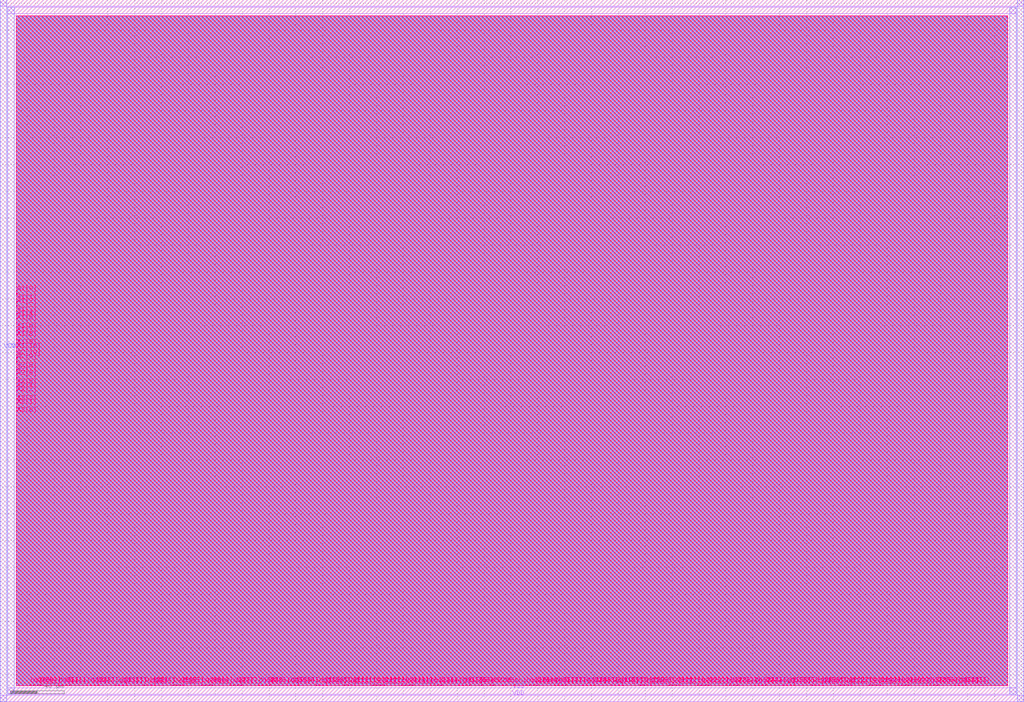
<source format=lef>
VERSION 5.6 ;
BUSBITCHARS "[]" ;
DIVIDERCHAR "/" ;

MACRO MEM2_2048X32
  CLASS BLOCK ;
  ORIGIN 0 0 ;
  FOREIGN MEM2_2048X32 0 0 ;
  SIZE 761.745 BY 522.75 ;
  SYMMETRY X Y R90 ;
  PIN A1[0]
    DIRECTION INPUT ;
    USE SIGNAL ;
    PORT
      LAYER Metal5 ;
        RECT 12 303.625 12.66 304.285 ;
      LAYER Metal6 ;
        RECT 12 303.625 12.66 304.285 ;
      LAYER Metal3 ;
        RECT 12 303.625 12.66 304.285 ;
      LAYER Metal4 ;
        RECT 12 303.625 12.66 304.285 ;
    END
  END A1[0]
  PIN A1[10]
    DIRECTION INPUT ;
    USE SIGNAL ;
    PORT
      LAYER Metal5 ;
        RECT 12 260.785 12.66 261.445 ;
      LAYER Metal6 ;
        RECT 12 260.785 12.66 261.445 ;
      LAYER Metal3 ;
        RECT 12 260.785 12.66 261.445 ;
      LAYER Metal4 ;
        RECT 12 260.785 12.66 261.445 ;
    END
  END A1[10]
  PIN A1[1]
    DIRECTION INPUT ;
    USE SIGNAL ;
    PORT
      LAYER Metal5 ;
        RECT 12 297.505 12.66 298.165 ;
      LAYER Metal6 ;
        RECT 12 297.505 12.66 298.165 ;
      LAYER Metal3 ;
        RECT 12 297.505 12.66 298.165 ;
      LAYER Metal4 ;
        RECT 12 297.505 12.66 298.165 ;
    END
  END A1[1]
  PIN A1[2]
    DIRECTION INPUT ;
    USE SIGNAL ;
    PORT
      LAYER Metal5 ;
        RECT 12 294.405 12.66 295.065 ;
      LAYER Metal6 ;
        RECT 12 294.405 12.66 295.065 ;
      LAYER Metal3 ;
        RECT 12 294.405 12.66 295.065 ;
      LAYER Metal4 ;
        RECT 12 294.405 12.66 295.065 ;
    END
  END A1[2]
  PIN A1[3]
    DIRECTION INPUT ;
    USE SIGNAL ;
    PORT
      LAYER Metal5 ;
        RECT 12 288.285 12.66 288.945 ;
      LAYER Metal6 ;
        RECT 12 288.285 12.66 288.945 ;
      LAYER Metal3 ;
        RECT 12 288.285 12.66 288.945 ;
      LAYER Metal4 ;
        RECT 12 288.285 12.66 288.945 ;
    END
  END A1[3]
  PIN A1[4]
    DIRECTION INPUT ;
    USE SIGNAL ;
    PORT
      LAYER Metal5 ;
        RECT 12 285.265 12.66 285.925 ;
      LAYER Metal6 ;
        RECT 12 285.265 12.66 285.925 ;
      LAYER Metal3 ;
        RECT 12 285.265 12.66 285.925 ;
      LAYER Metal4 ;
        RECT 12 285.265 12.66 285.925 ;
    END
  END A1[4]
  PIN A1[5]
    DIRECTION INPUT ;
    USE SIGNAL ;
    PORT
      LAYER Metal5 ;
        RECT 12 282.165 12.66 282.825 ;
      LAYER Metal6 ;
        RECT 12 282.165 12.66 282.825 ;
      LAYER Metal3 ;
        RECT 12 282.165 12.66 282.825 ;
      LAYER Metal4 ;
        RECT 12 282.165 12.66 282.825 ;
    END
  END A1[5]
  PIN A1[6]
    DIRECTION INPUT ;
    USE SIGNAL ;
    PORT
      LAYER Metal5 ;
        RECT 12 276.045 12.66 276.705 ;
      LAYER Metal6 ;
        RECT 12 276.045 12.66 276.705 ;
      LAYER Metal3 ;
        RECT 12 276.045 12.66 276.705 ;
      LAYER Metal4 ;
        RECT 12 276.045 12.66 276.705 ;
    END
  END A1[6]
  PIN A1[7]
    DIRECTION INPUT ;
    USE SIGNAL ;
    PORT
      LAYER Metal5 ;
        RECT 12 273.025 12.66 273.685 ;
      LAYER Metal6 ;
        RECT 12 273.025 12.66 273.685 ;
      LAYER Metal3 ;
        RECT 12 273.025 12.66 273.685 ;
      LAYER Metal4 ;
        RECT 12 273.025 12.66 273.685 ;
    END
  END A1[7]
  PIN A1[8]
    DIRECTION INPUT ;
    USE SIGNAL ;
    PORT
      LAYER Metal5 ;
        RECT 12 269.925 12.66 270.585 ;
      LAYER Metal6 ;
        RECT 12 269.925 12.66 270.585 ;
      LAYER Metal3 ;
        RECT 12 269.925 12.66 270.585 ;
      LAYER Metal4 ;
        RECT 12 269.925 12.66 270.585 ;
    END
  END A1[8]
  PIN A1[9]
    DIRECTION INPUT ;
    USE SIGNAL ;
    PORT
      LAYER Metal5 ;
        RECT 12 263.805 12.66 264.465 ;
      LAYER Metal6 ;
        RECT 12 263.805 12.66 264.465 ;
      LAYER Metal3 ;
        RECT 12 263.805 12.66 264.465 ;
      LAYER Metal4 ;
        RECT 12 263.805 12.66 264.465 ;
    END
  END A1[9]
  PIN A2[0]
    DIRECTION INPUT ;
    USE SIGNAL ;
    PORT
      LAYER Metal5 ;
        RECT 12 213.125 12.66 213.785 ;
      LAYER Metal6 ;
        RECT 12 213.125 12.66 213.785 ;
      LAYER Metal3 ;
        RECT 12 213.125 12.66 213.785 ;
      LAYER Metal4 ;
        RECT 12 213.125 12.66 213.785 ;
    END
  END A2[0]
  PIN A2[10]
    DIRECTION INPUT ;
    USE SIGNAL ;
    PORT
      LAYER Metal5 ;
        RECT 12 255.965 12.66 256.625 ;
      LAYER Metal6 ;
        RECT 12 255.965 12.66 256.625 ;
      LAYER Metal3 ;
        RECT 12 255.965 12.66 256.625 ;
      LAYER Metal4 ;
        RECT 12 255.965 12.66 256.625 ;
    END
  END A2[10]
  PIN A2[1]
    DIRECTION INPUT ;
    USE SIGNAL ;
    PORT
      LAYER Metal5 ;
        RECT 12 219.245 12.66 219.905 ;
      LAYER Metal6 ;
        RECT 12 219.245 12.66 219.905 ;
      LAYER Metal3 ;
        RECT 12 219.245 12.66 219.905 ;
      LAYER Metal4 ;
        RECT 12 219.245 12.66 219.905 ;
    END
  END A2[1]
  PIN A2[2]
    DIRECTION INPUT ;
    USE SIGNAL ;
    PORT
      LAYER Metal5 ;
        RECT 12 222.345 12.66 223.005 ;
      LAYER Metal6 ;
        RECT 12 222.345 12.66 223.005 ;
      LAYER Metal3 ;
        RECT 12 222.345 12.66 223.005 ;
      LAYER Metal4 ;
        RECT 12 222.345 12.66 223.005 ;
    END
  END A2[2]
  PIN A2[3]
    DIRECTION INPUT ;
    USE SIGNAL ;
    PORT
      LAYER Metal5 ;
        RECT 12 228.465 12.66 229.125 ;
      LAYER Metal6 ;
        RECT 12 228.465 12.66 229.125 ;
      LAYER Metal3 ;
        RECT 12 228.465 12.66 229.125 ;
      LAYER Metal4 ;
        RECT 12 228.465 12.66 229.125 ;
    END
  END A2[3]
  PIN A2[4]
    DIRECTION INPUT ;
    USE SIGNAL ;
    PORT
      LAYER Metal5 ;
        RECT 12 231.485 12.66 232.145 ;
      LAYER Metal6 ;
        RECT 12 231.485 12.66 232.145 ;
      LAYER Metal3 ;
        RECT 12 231.485 12.66 232.145 ;
      LAYER Metal4 ;
        RECT 12 231.485 12.66 232.145 ;
    END
  END A2[4]
  PIN A2[5]
    DIRECTION INPUT ;
    USE SIGNAL ;
    PORT
      LAYER Metal5 ;
        RECT 12 234.585 12.66 235.245 ;
      LAYER Metal6 ;
        RECT 12 234.585 12.66 235.245 ;
      LAYER Metal3 ;
        RECT 12 234.585 12.66 235.245 ;
      LAYER Metal4 ;
        RECT 12 234.585 12.66 235.245 ;
    END
  END A2[5]
  PIN A2[6]
    DIRECTION INPUT ;
    USE SIGNAL ;
    PORT
      LAYER Metal5 ;
        RECT 12 240.705 12.66 241.365 ;
      LAYER Metal6 ;
        RECT 12 240.705 12.66 241.365 ;
      LAYER Metal3 ;
        RECT 12 240.705 12.66 241.365 ;
      LAYER Metal4 ;
        RECT 12 240.705 12.66 241.365 ;
    END
  END A2[6]
  PIN A2[7]
    DIRECTION INPUT ;
    USE SIGNAL ;
    PORT
      LAYER Metal5 ;
        RECT 12 243.725 12.66 244.385 ;
      LAYER Metal6 ;
        RECT 12 243.725 12.66 244.385 ;
      LAYER Metal3 ;
        RECT 12 243.725 12.66 244.385 ;
      LAYER Metal4 ;
        RECT 12 243.725 12.66 244.385 ;
    END
  END A2[7]
  PIN A2[8]
    DIRECTION INPUT ;
    USE SIGNAL ;
    PORT
      LAYER Metal5 ;
        RECT 12 246.825 12.66 247.485 ;
      LAYER Metal6 ;
        RECT 12 246.825 12.66 247.485 ;
      LAYER Metal3 ;
        RECT 12 246.825 12.66 247.485 ;
      LAYER Metal4 ;
        RECT 12 246.825 12.66 247.485 ;
    END
  END A2[8]
  PIN A2[9]
    DIRECTION INPUT ;
    USE SIGNAL ;
    PORT
      LAYER Metal5 ;
        RECT 12 252.945 12.66 253.605 ;
      LAYER Metal6 ;
        RECT 12 252.945 12.66 253.605 ;
      LAYER Metal3 ;
        RECT 12 252.945 12.66 253.605 ;
      LAYER Metal4 ;
        RECT 12 252.945 12.66 253.605 ;
    END
  END A2[9]
  PIN CE1
    DIRECTION INPUT ;
    USE SIGNAL ;
    PORT
      LAYER Metal5 ;
        RECT 373.61 12 374.27 12.66 ;
      LAYER Metal6 ;
        RECT 373.61 12 374.27 12.66 ;
      LAYER Metal3 ;
        RECT 373.61 12 374.27 12.66 ;
      LAYER Metal4 ;
        RECT 373.61 12 374.27 12.66 ;
    END
  END CE1
  PIN CE2
    DIRECTION INPUT ;
    USE SIGNAL ;
    PORT
      LAYER Metal5 ;
        RECT 366.6 12 367.26 12.66 ;
      LAYER Metal6 ;
        RECT 366.6 12 367.26 12.66 ;
      LAYER Metal3 ;
        RECT 366.6 12 367.26 12.66 ;
      LAYER Metal4 ;
        RECT 366.6 12 367.26 12.66 ;
    END
  END CE2
  PIN CK1
    DIRECTION INPUT ;
    USE SIGNAL ;
    PORT
      LAYER Metal5 ;
        RECT 382.235 12 382.895 12.66 ;
      LAYER Metal6 ;
        RECT 382.235 12 382.895 12.66 ;
      LAYER Metal3 ;
        RECT 382.235 12 382.895 12.66 ;
      LAYER Metal4 ;
        RECT 382.235 12 382.895 12.66 ;
    END
  END CK1
  PIN CK2
    DIRECTION INPUT ;
    USE SIGNAL ;
    PORT
      LAYER Metal5 ;
        RECT 357.975 12 358.635 12.66 ;
      LAYER Metal6 ;
        RECT 357.975 12 358.635 12.66 ;
      LAYER Metal3 ;
        RECT 357.975 12 358.635 12.66 ;
      LAYER Metal4 ;
        RECT 357.975 12 358.635 12.66 ;
    END
  END CK2
  PIN D1[0]
    DIRECTION INPUT ;
    USE SIGNAL ;
    PORT
      LAYER Metal5 ;
        RECT 21.91 12 22.57 12.66 ;
      LAYER Metal6 ;
        RECT 21.91 12 22.57 12.66 ;
      LAYER Metal3 ;
        RECT 21.91 12 22.57 12.66 ;
      LAYER Metal4 ;
        RECT 21.91 12 22.57 12.66 ;
    END
  END D1[0]
  PIN D1[10]
    DIRECTION INPUT ;
    USE SIGNAL ;
    PORT
      LAYER Metal5 ;
        RECT 234.71 12 235.37 12.66 ;
      LAYER Metal6 ;
        RECT 234.71 12 235.37 12.66 ;
      LAYER Metal3 ;
        RECT 234.71 12 235.37 12.66 ;
      LAYER Metal4 ;
        RECT 234.71 12 235.37 12.66 ;
    END
  END D1[10]
  PIN D1[11]
    DIRECTION INPUT ;
    USE SIGNAL ;
    PORT
      LAYER Metal5 ;
        RECT 264.03 12 264.69 12.66 ;
      LAYER Metal6 ;
        RECT 264.03 12 264.69 12.66 ;
      LAYER Metal3 ;
        RECT 264.03 12 264.69 12.66 ;
      LAYER Metal4 ;
        RECT 264.03 12 264.69 12.66 ;
    END
  END D1[11]
  PIN D1[12]
    DIRECTION INPUT ;
    USE SIGNAL ;
    PORT
      LAYER Metal5 ;
        RECT 277.27 12 277.93 12.66 ;
      LAYER Metal6 ;
        RECT 277.27 12 277.93 12.66 ;
      LAYER Metal3 ;
        RECT 277.27 12 277.93 12.66 ;
      LAYER Metal4 ;
        RECT 277.27 12 277.93 12.66 ;
    END
  END D1[12]
  PIN D1[13]
    DIRECTION INPUT ;
    USE SIGNAL ;
    PORT
      LAYER Metal5 ;
        RECT 306.59 12 307.25 12.66 ;
      LAYER Metal6 ;
        RECT 306.59 12 307.25 12.66 ;
      LAYER Metal3 ;
        RECT 306.59 12 307.25 12.66 ;
      LAYER Metal4 ;
        RECT 306.59 12 307.25 12.66 ;
    END
  END D1[13]
  PIN D1[14]
    DIRECTION INPUT ;
    USE SIGNAL ;
    PORT
      LAYER Metal5 ;
        RECT 319.83 12 320.49 12.66 ;
      LAYER Metal6 ;
        RECT 319.83 12 320.49 12.66 ;
      LAYER Metal3 ;
        RECT 319.83 12 320.49 12.66 ;
      LAYER Metal4 ;
        RECT 319.83 12 320.49 12.66 ;
    END
  END D1[14]
  PIN D1[15]
    DIRECTION INPUT ;
    USE SIGNAL ;
    PORT
      LAYER Metal5 ;
        RECT 349.15 12 349.81 12.66 ;
      LAYER Metal6 ;
        RECT 349.15 12 349.81 12.66 ;
      LAYER Metal3 ;
        RECT 349.15 12 349.81 12.66 ;
      LAYER Metal4 ;
        RECT 349.15 12 349.81 12.66 ;
    END
  END D1[15]
  PIN D1[16]
    DIRECTION INPUT ;
    USE SIGNAL ;
    PORT
      LAYER Metal5 ;
        RECT 391.06 12 391.72 12.66 ;
      LAYER Metal6 ;
        RECT 391.06 12 391.72 12.66 ;
      LAYER Metal3 ;
        RECT 391.06 12 391.72 12.66 ;
      LAYER Metal4 ;
        RECT 391.06 12 391.72 12.66 ;
    END
  END D1[16]
  PIN D1[17]
    DIRECTION INPUT ;
    USE SIGNAL ;
    PORT
      LAYER Metal5 ;
        RECT 420.38 12 421.04 12.66 ;
      LAYER Metal6 ;
        RECT 420.38 12 421.04 12.66 ;
      LAYER Metal3 ;
        RECT 420.38 12 421.04 12.66 ;
      LAYER Metal4 ;
        RECT 420.38 12 421.04 12.66 ;
    END
  END D1[17]
  PIN D1[18]
    DIRECTION INPUT ;
    USE SIGNAL ;
    PORT
      LAYER Metal5 ;
        RECT 433.62 12 434.28 12.66 ;
      LAYER Metal6 ;
        RECT 433.62 12 434.28 12.66 ;
      LAYER Metal3 ;
        RECT 433.62 12 434.28 12.66 ;
      LAYER Metal4 ;
        RECT 433.62 12 434.28 12.66 ;
    END
  END D1[18]
  PIN D1[19]
    DIRECTION INPUT ;
    USE SIGNAL ;
    PORT
      LAYER Metal5 ;
        RECT 462.94 12 463.6 12.66 ;
      LAYER Metal6 ;
        RECT 462.94 12 463.6 12.66 ;
      LAYER Metal3 ;
        RECT 462.94 12 463.6 12.66 ;
      LAYER Metal4 ;
        RECT 462.94 12 463.6 12.66 ;
    END
  END D1[19]
  PIN D1[1]
    DIRECTION INPUT ;
    USE SIGNAL ;
    PORT
      LAYER Metal5 ;
        RECT 51.23 12 51.89 12.66 ;
      LAYER Metal6 ;
        RECT 51.23 12 51.89 12.66 ;
      LAYER Metal3 ;
        RECT 51.23 12 51.89 12.66 ;
      LAYER Metal4 ;
        RECT 51.23 12 51.89 12.66 ;
    END
  END D1[1]
  PIN D1[20]
    DIRECTION INPUT ;
    USE SIGNAL ;
    PORT
      LAYER Metal5 ;
        RECT 476.18 12 476.84 12.66 ;
      LAYER Metal6 ;
        RECT 476.18 12 476.84 12.66 ;
      LAYER Metal3 ;
        RECT 476.18 12 476.84 12.66 ;
      LAYER Metal4 ;
        RECT 476.18 12 476.84 12.66 ;
    END
  END D1[20]
  PIN D1[21]
    DIRECTION INPUT ;
    USE SIGNAL ;
    PORT
      LAYER Metal5 ;
        RECT 505.5 12 506.16 12.66 ;
      LAYER Metal6 ;
        RECT 505.5 12 506.16 12.66 ;
      LAYER Metal3 ;
        RECT 505.5 12 506.16 12.66 ;
      LAYER Metal4 ;
        RECT 505.5 12 506.16 12.66 ;
    END
  END D1[21]
  PIN D1[22]
    DIRECTION INPUT ;
    USE SIGNAL ;
    PORT
      LAYER Metal5 ;
        RECT 518.74 12 519.4 12.66 ;
      LAYER Metal6 ;
        RECT 518.74 12 519.4 12.66 ;
      LAYER Metal3 ;
        RECT 518.74 12 519.4 12.66 ;
      LAYER Metal4 ;
        RECT 518.74 12 519.4 12.66 ;
    END
  END D1[22]
  PIN D1[23]
    DIRECTION INPUT ;
    USE SIGNAL ;
    PORT
      LAYER Metal5 ;
        RECT 548.06 12 548.72 12.66 ;
      LAYER Metal6 ;
        RECT 548.06 12 548.72 12.66 ;
      LAYER Metal3 ;
        RECT 548.06 12 548.72 12.66 ;
      LAYER Metal4 ;
        RECT 548.06 12 548.72 12.66 ;
    END
  END D1[23]
  PIN D1[24]
    DIRECTION INPUT ;
    USE SIGNAL ;
    PORT
      LAYER Metal5 ;
        RECT 561.3 12 561.96 12.66 ;
      LAYER Metal6 ;
        RECT 561.3 12 561.96 12.66 ;
      LAYER Metal3 ;
        RECT 561.3 12 561.96 12.66 ;
      LAYER Metal4 ;
        RECT 561.3 12 561.96 12.66 ;
    END
  END D1[24]
  PIN D1[25]
    DIRECTION INPUT ;
    USE SIGNAL ;
    PORT
      LAYER Metal5 ;
        RECT 590.62 12 591.28 12.66 ;
      LAYER Metal6 ;
        RECT 590.62 12 591.28 12.66 ;
      LAYER Metal3 ;
        RECT 590.62 12 591.28 12.66 ;
      LAYER Metal4 ;
        RECT 590.62 12 591.28 12.66 ;
    END
  END D1[25]
  PIN D1[26]
    DIRECTION INPUT ;
    USE SIGNAL ;
    PORT
      LAYER Metal5 ;
        RECT 603.86 12 604.52 12.66 ;
      LAYER Metal6 ;
        RECT 603.86 12 604.52 12.66 ;
      LAYER Metal3 ;
        RECT 603.86 12 604.52 12.66 ;
      LAYER Metal4 ;
        RECT 603.86 12 604.52 12.66 ;
    END
  END D1[26]
  PIN D1[27]
    DIRECTION INPUT ;
    USE SIGNAL ;
    PORT
      LAYER Metal5 ;
        RECT 633.18 12 633.84 12.66 ;
      LAYER Metal6 ;
        RECT 633.18 12 633.84 12.66 ;
      LAYER Metal3 ;
        RECT 633.18 12 633.84 12.66 ;
      LAYER Metal4 ;
        RECT 633.18 12 633.84 12.66 ;
    END
  END D1[27]
  PIN D1[28]
    DIRECTION INPUT ;
    USE SIGNAL ;
    PORT
      LAYER Metal5 ;
        RECT 646.42 12 647.08 12.66 ;
      LAYER Metal6 ;
        RECT 646.42 12 647.08 12.66 ;
      LAYER Metal3 ;
        RECT 646.42 12 647.08 12.66 ;
      LAYER Metal4 ;
        RECT 646.42 12 647.08 12.66 ;
    END
  END D1[28]
  PIN D1[29]
    DIRECTION INPUT ;
    USE SIGNAL ;
    PORT
      LAYER Metal5 ;
        RECT 675.74 12 676.4 12.66 ;
      LAYER Metal6 ;
        RECT 675.74 12 676.4 12.66 ;
      LAYER Metal3 ;
        RECT 675.74 12 676.4 12.66 ;
      LAYER Metal4 ;
        RECT 675.74 12 676.4 12.66 ;
    END
  END D1[29]
  PIN D1[2]
    DIRECTION INPUT ;
    USE SIGNAL ;
    PORT
      LAYER Metal5 ;
        RECT 64.47 12 65.13 12.66 ;
      LAYER Metal6 ;
        RECT 64.47 12 65.13 12.66 ;
      LAYER Metal3 ;
        RECT 64.47 12 65.13 12.66 ;
      LAYER Metal4 ;
        RECT 64.47 12 65.13 12.66 ;
    END
  END D1[2]
  PIN D1[30]
    DIRECTION INPUT ;
    USE SIGNAL ;
    PORT
      LAYER Metal5 ;
        RECT 688.98 12 689.64 12.66 ;
      LAYER Metal6 ;
        RECT 688.98 12 689.64 12.66 ;
      LAYER Metal3 ;
        RECT 688.98 12 689.64 12.66 ;
      LAYER Metal4 ;
        RECT 688.98 12 689.64 12.66 ;
    END
  END D1[30]
  PIN D1[31]
    DIRECTION INPUT ;
    USE SIGNAL ;
    PORT
      LAYER Metal5 ;
        RECT 718.3 12 718.96 12.66 ;
      LAYER Metal6 ;
        RECT 718.3 12 718.96 12.66 ;
      LAYER Metal3 ;
        RECT 718.3 12 718.96 12.66 ;
      LAYER Metal4 ;
        RECT 718.3 12 718.96 12.66 ;
    END
  END D1[31]
  PIN D1[3]
    DIRECTION INPUT ;
    USE SIGNAL ;
    PORT
      LAYER Metal5 ;
        RECT 93.79 12 94.45 12.66 ;
      LAYER Metal6 ;
        RECT 93.79 12 94.45 12.66 ;
      LAYER Metal3 ;
        RECT 93.79 12 94.45 12.66 ;
      LAYER Metal4 ;
        RECT 93.79 12 94.45 12.66 ;
    END
  END D1[3]
  PIN D1[4]
    DIRECTION INPUT ;
    USE SIGNAL ;
    PORT
      LAYER Metal5 ;
        RECT 107.03 12 107.69 12.66 ;
      LAYER Metal6 ;
        RECT 107.03 12 107.69 12.66 ;
      LAYER Metal3 ;
        RECT 107.03 12 107.69 12.66 ;
      LAYER Metal4 ;
        RECT 107.03 12 107.69 12.66 ;
    END
  END D1[4]
  PIN D1[5]
    DIRECTION INPUT ;
    USE SIGNAL ;
    PORT
      LAYER Metal5 ;
        RECT 136.35 12 137.01 12.66 ;
      LAYER Metal6 ;
        RECT 136.35 12 137.01 12.66 ;
      LAYER Metal3 ;
        RECT 136.35 12 137.01 12.66 ;
      LAYER Metal4 ;
        RECT 136.35 12 137.01 12.66 ;
    END
  END D1[5]
  PIN D1[6]
    DIRECTION INPUT ;
    USE SIGNAL ;
    PORT
      LAYER Metal5 ;
        RECT 149.59 12 150.25 12.66 ;
      LAYER Metal6 ;
        RECT 149.59 12 150.25 12.66 ;
      LAYER Metal3 ;
        RECT 149.59 12 150.25 12.66 ;
      LAYER Metal4 ;
        RECT 149.59 12 150.25 12.66 ;
    END
  END D1[6]
  PIN D1[7]
    DIRECTION INPUT ;
    USE SIGNAL ;
    PORT
      LAYER Metal5 ;
        RECT 178.91 12 179.57 12.66 ;
      LAYER Metal6 ;
        RECT 178.91 12 179.57 12.66 ;
      LAYER Metal3 ;
        RECT 178.91 12 179.57 12.66 ;
      LAYER Metal4 ;
        RECT 178.91 12 179.57 12.66 ;
    END
  END D1[7]
  PIN D1[8]
    DIRECTION INPUT ;
    USE SIGNAL ;
    PORT
      LAYER Metal5 ;
        RECT 192.15 12 192.81 12.66 ;
      LAYER Metal6 ;
        RECT 192.15 12 192.81 12.66 ;
      LAYER Metal3 ;
        RECT 192.15 12 192.81 12.66 ;
      LAYER Metal4 ;
        RECT 192.15 12 192.81 12.66 ;
    END
  END D1[8]
  PIN D1[9]
    DIRECTION INPUT ;
    USE SIGNAL ;
    PORT
      LAYER Metal5 ;
        RECT 221.47 12 222.13 12.66 ;
      LAYER Metal6 ;
        RECT 221.47 12 222.13 12.66 ;
      LAYER Metal3 ;
        RECT 221.47 12 222.13 12.66 ;
      LAYER Metal4 ;
        RECT 221.47 12 222.13 12.66 ;
    END
  END D1[9]
  PIN D2[0]
    DIRECTION INPUT ;
    USE SIGNAL ;
    PORT
      LAYER Metal5 ;
        RECT 29.95 12 30.61 12.66 ;
      LAYER Metal6 ;
        RECT 29.95 12 30.61 12.66 ;
      LAYER Metal3 ;
        RECT 29.95 12 30.61 12.66 ;
      LAYER Metal4 ;
        RECT 29.95 12 30.61 12.66 ;
    END
  END D2[0]
  PIN D2[10]
    DIRECTION INPUT ;
    USE SIGNAL ;
    PORT
      LAYER Metal5 ;
        RECT 242.75 12 243.41 12.66 ;
      LAYER Metal6 ;
        RECT 242.75 12 243.41 12.66 ;
      LAYER Metal3 ;
        RECT 242.75 12 243.41 12.66 ;
      LAYER Metal4 ;
        RECT 242.75 12 243.41 12.66 ;
    END
  END D2[10]
  PIN D2[11]
    DIRECTION INPUT ;
    USE SIGNAL ;
    PORT
      LAYER Metal5 ;
        RECT 255.99 12 256.65 12.66 ;
      LAYER Metal6 ;
        RECT 255.99 12 256.65 12.66 ;
      LAYER Metal3 ;
        RECT 255.99 12 256.65 12.66 ;
      LAYER Metal4 ;
        RECT 255.99 12 256.65 12.66 ;
    END
  END D2[11]
  PIN D2[12]
    DIRECTION INPUT ;
    USE SIGNAL ;
    PORT
      LAYER Metal5 ;
        RECT 285.31 12 285.97 12.66 ;
      LAYER Metal6 ;
        RECT 285.31 12 285.97 12.66 ;
      LAYER Metal3 ;
        RECT 285.31 12 285.97 12.66 ;
      LAYER Metal4 ;
        RECT 285.31 12 285.97 12.66 ;
    END
  END D2[12]
  PIN D2[13]
    DIRECTION INPUT ;
    USE SIGNAL ;
    PORT
      LAYER Metal5 ;
        RECT 298.55 12 299.21 12.66 ;
      LAYER Metal6 ;
        RECT 298.55 12 299.21 12.66 ;
      LAYER Metal3 ;
        RECT 298.55 12 299.21 12.66 ;
      LAYER Metal4 ;
        RECT 298.55 12 299.21 12.66 ;
    END
  END D2[13]
  PIN D2[14]
    DIRECTION INPUT ;
    USE SIGNAL ;
    PORT
      LAYER Metal5 ;
        RECT 327.87 12 328.53 12.66 ;
      LAYER Metal6 ;
        RECT 327.87 12 328.53 12.66 ;
      LAYER Metal3 ;
        RECT 327.87 12 328.53 12.66 ;
      LAYER Metal4 ;
        RECT 327.87 12 328.53 12.66 ;
    END
  END D2[14]
  PIN D2[15]
    DIRECTION INPUT ;
    USE SIGNAL ;
    PORT
      LAYER Metal5 ;
        RECT 341.11 12 341.77 12.66 ;
      LAYER Metal6 ;
        RECT 341.11 12 341.77 12.66 ;
      LAYER Metal3 ;
        RECT 341.11 12 341.77 12.66 ;
      LAYER Metal4 ;
        RECT 341.11 12 341.77 12.66 ;
    END
  END D2[15]
  PIN D2[16]
    DIRECTION INPUT ;
    USE SIGNAL ;
    PORT
      LAYER Metal5 ;
        RECT 399.1 12 399.76 12.66 ;
      LAYER Metal6 ;
        RECT 399.1 12 399.76 12.66 ;
      LAYER Metal3 ;
        RECT 399.1 12 399.76 12.66 ;
      LAYER Metal4 ;
        RECT 399.1 12 399.76 12.66 ;
    END
  END D2[16]
  PIN D2[17]
    DIRECTION INPUT ;
    USE SIGNAL ;
    PORT
      LAYER Metal5 ;
        RECT 412.34 12 413 12.66 ;
      LAYER Metal6 ;
        RECT 412.34 12 413 12.66 ;
      LAYER Metal3 ;
        RECT 412.34 12 413 12.66 ;
      LAYER Metal4 ;
        RECT 412.34 12 413 12.66 ;
    END
  END D2[17]
  PIN D2[18]
    DIRECTION INPUT ;
    USE SIGNAL ;
    PORT
      LAYER Metal5 ;
        RECT 441.66 12 442.32 12.66 ;
      LAYER Metal6 ;
        RECT 441.66 12 442.32 12.66 ;
      LAYER Metal3 ;
        RECT 441.66 12 442.32 12.66 ;
      LAYER Metal4 ;
        RECT 441.66 12 442.32 12.66 ;
    END
  END D2[18]
  PIN D2[19]
    DIRECTION INPUT ;
    USE SIGNAL ;
    PORT
      LAYER Metal5 ;
        RECT 454.9 12 455.56 12.66 ;
      LAYER Metal6 ;
        RECT 454.9 12 455.56 12.66 ;
      LAYER Metal3 ;
        RECT 454.9 12 455.56 12.66 ;
      LAYER Metal4 ;
        RECT 454.9 12 455.56 12.66 ;
    END
  END D2[19]
  PIN D2[1]
    DIRECTION INPUT ;
    USE SIGNAL ;
    PORT
      LAYER Metal5 ;
        RECT 43.19 12 43.85 12.66 ;
      LAYER Metal6 ;
        RECT 43.19 12 43.85 12.66 ;
      LAYER Metal3 ;
        RECT 43.19 12 43.85 12.66 ;
      LAYER Metal4 ;
        RECT 43.19 12 43.85 12.66 ;
    END
  END D2[1]
  PIN D2[20]
    DIRECTION INPUT ;
    USE SIGNAL ;
    PORT
      LAYER Metal5 ;
        RECT 484.22 12 484.88 12.66 ;
      LAYER Metal6 ;
        RECT 484.22 12 484.88 12.66 ;
      LAYER Metal3 ;
        RECT 484.22 12 484.88 12.66 ;
      LAYER Metal4 ;
        RECT 484.22 12 484.88 12.66 ;
    END
  END D2[20]
  PIN D2[21]
    DIRECTION INPUT ;
    USE SIGNAL ;
    PORT
      LAYER Metal5 ;
        RECT 497.46 12 498.12 12.66 ;
      LAYER Metal6 ;
        RECT 497.46 12 498.12 12.66 ;
      LAYER Metal3 ;
        RECT 497.46 12 498.12 12.66 ;
      LAYER Metal4 ;
        RECT 497.46 12 498.12 12.66 ;
    END
  END D2[21]
  PIN D2[22]
    DIRECTION INPUT ;
    USE SIGNAL ;
    PORT
      LAYER Metal5 ;
        RECT 526.78 12 527.44 12.66 ;
      LAYER Metal6 ;
        RECT 526.78 12 527.44 12.66 ;
      LAYER Metal3 ;
        RECT 526.78 12 527.44 12.66 ;
      LAYER Metal4 ;
        RECT 526.78 12 527.44 12.66 ;
    END
  END D2[22]
  PIN D2[23]
    DIRECTION INPUT ;
    USE SIGNAL ;
    PORT
      LAYER Metal5 ;
        RECT 540.02 12 540.68 12.66 ;
      LAYER Metal6 ;
        RECT 540.02 12 540.68 12.66 ;
      LAYER Metal3 ;
        RECT 540.02 12 540.68 12.66 ;
      LAYER Metal4 ;
        RECT 540.02 12 540.68 12.66 ;
    END
  END D2[23]
  PIN D2[24]
    DIRECTION INPUT ;
    USE SIGNAL ;
    PORT
      LAYER Metal5 ;
        RECT 569.34 12 570 12.66 ;
      LAYER Metal6 ;
        RECT 569.34 12 570 12.66 ;
      LAYER Metal3 ;
        RECT 569.34 12 570 12.66 ;
      LAYER Metal4 ;
        RECT 569.34 12 570 12.66 ;
    END
  END D2[24]
  PIN D2[25]
    DIRECTION INPUT ;
    USE SIGNAL ;
    PORT
      LAYER Metal5 ;
        RECT 582.58 12 583.24 12.66 ;
      LAYER Metal6 ;
        RECT 582.58 12 583.24 12.66 ;
      LAYER Metal3 ;
        RECT 582.58 12 583.24 12.66 ;
      LAYER Metal4 ;
        RECT 582.58 12 583.24 12.66 ;
    END
  END D2[25]
  PIN D2[26]
    DIRECTION INPUT ;
    USE SIGNAL ;
    PORT
      LAYER Metal5 ;
        RECT 611.9 12 612.56 12.66 ;
      LAYER Metal6 ;
        RECT 611.9 12 612.56 12.66 ;
      LAYER Metal3 ;
        RECT 611.9 12 612.56 12.66 ;
      LAYER Metal4 ;
        RECT 611.9 12 612.56 12.66 ;
    END
  END D2[26]
  PIN D2[27]
    DIRECTION INPUT ;
    USE SIGNAL ;
    PORT
      LAYER Metal5 ;
        RECT 625.14 12 625.8 12.66 ;
      LAYER Metal6 ;
        RECT 625.14 12 625.8 12.66 ;
      LAYER Metal3 ;
        RECT 625.14 12 625.8 12.66 ;
      LAYER Metal4 ;
        RECT 625.14 12 625.8 12.66 ;
    END
  END D2[27]
  PIN D2[28]
    DIRECTION INPUT ;
    USE SIGNAL ;
    PORT
      LAYER Metal5 ;
        RECT 654.46 12 655.12 12.66 ;
      LAYER Metal6 ;
        RECT 654.46 12 655.12 12.66 ;
      LAYER Metal3 ;
        RECT 654.46 12 655.12 12.66 ;
      LAYER Metal4 ;
        RECT 654.46 12 655.12 12.66 ;
    END
  END D2[28]
  PIN D2[29]
    DIRECTION INPUT ;
    USE SIGNAL ;
    PORT
      LAYER Metal5 ;
        RECT 667.7 12 668.36 12.66 ;
      LAYER Metal6 ;
        RECT 667.7 12 668.36 12.66 ;
      LAYER Metal3 ;
        RECT 667.7 12 668.36 12.66 ;
      LAYER Metal4 ;
        RECT 667.7 12 668.36 12.66 ;
    END
  END D2[29]
  PIN D2[2]
    DIRECTION INPUT ;
    USE SIGNAL ;
    PORT
      LAYER Metal5 ;
        RECT 72.51 12 73.17 12.66 ;
      LAYER Metal6 ;
        RECT 72.51 12 73.17 12.66 ;
      LAYER Metal3 ;
        RECT 72.51 12 73.17 12.66 ;
      LAYER Metal4 ;
        RECT 72.51 12 73.17 12.66 ;
    END
  END D2[2]
  PIN D2[30]
    DIRECTION INPUT ;
    USE SIGNAL ;
    PORT
      LAYER Metal5 ;
        RECT 697.02 12 697.68 12.66 ;
      LAYER Metal6 ;
        RECT 697.02 12 697.68 12.66 ;
      LAYER Metal3 ;
        RECT 697.02 12 697.68 12.66 ;
      LAYER Metal4 ;
        RECT 697.02 12 697.68 12.66 ;
    END
  END D2[30]
  PIN D2[31]
    DIRECTION INPUT ;
    USE SIGNAL ;
    PORT
      LAYER Metal5 ;
        RECT 710.26 12 710.92 12.66 ;
      LAYER Metal6 ;
        RECT 710.26 12 710.92 12.66 ;
      LAYER Metal3 ;
        RECT 710.26 12 710.92 12.66 ;
      LAYER Metal4 ;
        RECT 710.26 12 710.92 12.66 ;
    END
  END D2[31]
  PIN D2[3]
    DIRECTION INPUT ;
    USE SIGNAL ;
    PORT
      LAYER Metal5 ;
        RECT 85.75 12 86.41 12.66 ;
      LAYER Metal6 ;
        RECT 85.75 12 86.41 12.66 ;
      LAYER Metal3 ;
        RECT 85.75 12 86.41 12.66 ;
      LAYER Metal4 ;
        RECT 85.75 12 86.41 12.66 ;
    END
  END D2[3]
  PIN D2[4]
    DIRECTION INPUT ;
    USE SIGNAL ;
    PORT
      LAYER Metal5 ;
        RECT 115.07 12 115.73 12.66 ;
      LAYER Metal6 ;
        RECT 115.07 12 115.73 12.66 ;
      LAYER Metal3 ;
        RECT 115.07 12 115.73 12.66 ;
      LAYER Metal4 ;
        RECT 115.07 12 115.73 12.66 ;
    END
  END D2[4]
  PIN D2[5]
    DIRECTION INPUT ;
    USE SIGNAL ;
    PORT
      LAYER Metal5 ;
        RECT 128.31 12 128.97 12.66 ;
      LAYER Metal6 ;
        RECT 128.31 12 128.97 12.66 ;
      LAYER Metal3 ;
        RECT 128.31 12 128.97 12.66 ;
      LAYER Metal4 ;
        RECT 128.31 12 128.97 12.66 ;
    END
  END D2[5]
  PIN D2[6]
    DIRECTION INPUT ;
    USE SIGNAL ;
    PORT
      LAYER Metal5 ;
        RECT 157.63 12 158.29 12.66 ;
      LAYER Metal6 ;
        RECT 157.63 12 158.29 12.66 ;
      LAYER Metal3 ;
        RECT 157.63 12 158.29 12.66 ;
      LAYER Metal4 ;
        RECT 157.63 12 158.29 12.66 ;
    END
  END D2[6]
  PIN D2[7]
    DIRECTION INPUT ;
    USE SIGNAL ;
    PORT
      LAYER Metal5 ;
        RECT 170.87 12 171.53 12.66 ;
      LAYER Metal6 ;
        RECT 170.87 12 171.53 12.66 ;
      LAYER Metal3 ;
        RECT 170.87 12 171.53 12.66 ;
      LAYER Metal4 ;
        RECT 170.87 12 171.53 12.66 ;
    END
  END D2[7]
  PIN D2[8]
    DIRECTION INPUT ;
    USE SIGNAL ;
    PORT
      LAYER Metal5 ;
        RECT 200.19 12 200.85 12.66 ;
      LAYER Metal6 ;
        RECT 200.19 12 200.85 12.66 ;
      LAYER Metal3 ;
        RECT 200.19 12 200.85 12.66 ;
      LAYER Metal4 ;
        RECT 200.19 12 200.85 12.66 ;
    END
  END D2[8]
  PIN D2[9]
    DIRECTION INPUT ;
    USE SIGNAL ;
    PORT
      LAYER Metal5 ;
        RECT 213.43 12 214.09 12.66 ;
      LAYER Metal6 ;
        RECT 213.43 12 214.09 12.66 ;
      LAYER Metal3 ;
        RECT 213.43 12 214.09 12.66 ;
      LAYER Metal4 ;
        RECT 213.43 12 214.09 12.66 ;
    END
  END D2[9]
  PIN Q1[0]
    DIRECTION OUTPUT ;
    USE SIGNAL ;
    PORT
      LAYER Metal5 ;
        RECT 24.49 12 25.15 12.66 ;
      LAYER Metal6 ;
        RECT 24.49 12 25.15 12.66 ;
      LAYER Metal3 ;
        RECT 24.49 12 25.15 12.66 ;
      LAYER Metal4 ;
        RECT 24.49 12 25.15 12.66 ;
    END
  END Q1[0]
  PIN Q1[10]
    DIRECTION OUTPUT ;
    USE SIGNAL ;
    PORT
      LAYER Metal5 ;
        RECT 237.29 12 237.95 12.66 ;
      LAYER Metal6 ;
        RECT 237.29 12 237.95 12.66 ;
      LAYER Metal3 ;
        RECT 237.29 12 237.95 12.66 ;
      LAYER Metal4 ;
        RECT 237.29 12 237.95 12.66 ;
    END
  END Q1[10]
  PIN Q1[11]
    DIRECTION OUTPUT ;
    USE SIGNAL ;
    PORT
      LAYER Metal5 ;
        RECT 261.45 12 262.11 12.66 ;
      LAYER Metal6 ;
        RECT 261.45 12 262.11 12.66 ;
      LAYER Metal3 ;
        RECT 261.45 12 262.11 12.66 ;
      LAYER Metal4 ;
        RECT 261.45 12 262.11 12.66 ;
    END
  END Q1[11]
  PIN Q1[12]
    DIRECTION OUTPUT ;
    USE SIGNAL ;
    PORT
      LAYER Metal5 ;
        RECT 279.85 12 280.51 12.66 ;
      LAYER Metal6 ;
        RECT 279.85 12 280.51 12.66 ;
      LAYER Metal3 ;
        RECT 279.85 12 280.51 12.66 ;
      LAYER Metal4 ;
        RECT 279.85 12 280.51 12.66 ;
    END
  END Q1[12]
  PIN Q1[13]
    DIRECTION OUTPUT ;
    USE SIGNAL ;
    PORT
      LAYER Metal5 ;
        RECT 304.01 12 304.67 12.66 ;
      LAYER Metal6 ;
        RECT 304.01 12 304.67 12.66 ;
      LAYER Metal3 ;
        RECT 304.01 12 304.67 12.66 ;
      LAYER Metal4 ;
        RECT 304.01 12 304.67 12.66 ;
    END
  END Q1[13]
  PIN Q1[14]
    DIRECTION OUTPUT ;
    USE SIGNAL ;
    PORT
      LAYER Metal5 ;
        RECT 322.41 12 323.07 12.66 ;
      LAYER Metal6 ;
        RECT 322.41 12 323.07 12.66 ;
      LAYER Metal3 ;
        RECT 322.41 12 323.07 12.66 ;
      LAYER Metal4 ;
        RECT 322.41 12 323.07 12.66 ;
    END
  END Q1[14]
  PIN Q1[15]
    DIRECTION OUTPUT ;
    USE SIGNAL ;
    PORT
      LAYER Metal5 ;
        RECT 346.57 12 347.23 12.66 ;
      LAYER Metal6 ;
        RECT 346.57 12 347.23 12.66 ;
      LAYER Metal3 ;
        RECT 346.57 12 347.23 12.66 ;
      LAYER Metal4 ;
        RECT 346.57 12 347.23 12.66 ;
    END
  END Q1[15]
  PIN Q1[16]
    DIRECTION OUTPUT ;
    USE SIGNAL ;
    PORT
      LAYER Metal5 ;
        RECT 393.64 12 394.3 12.66 ;
      LAYER Metal6 ;
        RECT 393.64 12 394.3 12.66 ;
      LAYER Metal3 ;
        RECT 393.64 12 394.3 12.66 ;
      LAYER Metal4 ;
        RECT 393.64 12 394.3 12.66 ;
    END
  END Q1[16]
  PIN Q1[17]
    DIRECTION OUTPUT ;
    USE SIGNAL ;
    PORT
      LAYER Metal5 ;
        RECT 417.8 12 418.46 12.66 ;
      LAYER Metal6 ;
        RECT 417.8 12 418.46 12.66 ;
      LAYER Metal3 ;
        RECT 417.8 12 418.46 12.66 ;
      LAYER Metal4 ;
        RECT 417.8 12 418.46 12.66 ;
    END
  END Q1[17]
  PIN Q1[18]
    DIRECTION OUTPUT ;
    USE SIGNAL ;
    PORT
      LAYER Metal5 ;
        RECT 436.2 12 436.86 12.66 ;
      LAYER Metal6 ;
        RECT 436.2 12 436.86 12.66 ;
      LAYER Metal3 ;
        RECT 436.2 12 436.86 12.66 ;
      LAYER Metal4 ;
        RECT 436.2 12 436.86 12.66 ;
    END
  END Q1[18]
  PIN Q1[19]
    DIRECTION OUTPUT ;
    USE SIGNAL ;
    PORT
      LAYER Metal5 ;
        RECT 460.36 12 461.02 12.66 ;
      LAYER Metal6 ;
        RECT 460.36 12 461.02 12.66 ;
      LAYER Metal3 ;
        RECT 460.36 12 461.02 12.66 ;
      LAYER Metal4 ;
        RECT 460.36 12 461.02 12.66 ;
    END
  END Q1[19]
  PIN Q1[1]
    DIRECTION OUTPUT ;
    USE SIGNAL ;
    PORT
      LAYER Metal5 ;
        RECT 48.65 12 49.31 12.66 ;
      LAYER Metal6 ;
        RECT 48.65 12 49.31 12.66 ;
      LAYER Metal3 ;
        RECT 48.65 12 49.31 12.66 ;
      LAYER Metal4 ;
        RECT 48.65 12 49.31 12.66 ;
    END
  END Q1[1]
  PIN Q1[20]
    DIRECTION OUTPUT ;
    USE SIGNAL ;
    PORT
      LAYER Metal5 ;
        RECT 478.76 12 479.42 12.66 ;
      LAYER Metal6 ;
        RECT 478.76 12 479.42 12.66 ;
      LAYER Metal3 ;
        RECT 478.76 12 479.42 12.66 ;
      LAYER Metal4 ;
        RECT 478.76 12 479.42 12.66 ;
    END
  END Q1[20]
  PIN Q1[21]
    DIRECTION OUTPUT ;
    USE SIGNAL ;
    PORT
      LAYER Metal5 ;
        RECT 502.92 12 503.58 12.66 ;
      LAYER Metal6 ;
        RECT 502.92 12 503.58 12.66 ;
      LAYER Metal3 ;
        RECT 502.92 12 503.58 12.66 ;
      LAYER Metal4 ;
        RECT 502.92 12 503.58 12.66 ;
    END
  END Q1[21]
  PIN Q1[22]
    DIRECTION OUTPUT ;
    USE SIGNAL ;
    PORT
      LAYER Metal5 ;
        RECT 521.32 12 521.98 12.66 ;
      LAYER Metal6 ;
        RECT 521.32 12 521.98 12.66 ;
      LAYER Metal3 ;
        RECT 521.32 12 521.98 12.66 ;
      LAYER Metal4 ;
        RECT 521.32 12 521.98 12.66 ;
    END
  END Q1[22]
  PIN Q1[23]
    DIRECTION OUTPUT ;
    USE SIGNAL ;
    PORT
      LAYER Metal5 ;
        RECT 545.48 12 546.14 12.66 ;
      LAYER Metal6 ;
        RECT 545.48 12 546.14 12.66 ;
      LAYER Metal3 ;
        RECT 545.48 12 546.14 12.66 ;
      LAYER Metal4 ;
        RECT 545.48 12 546.14 12.66 ;
    END
  END Q1[23]
  PIN Q1[24]
    DIRECTION OUTPUT ;
    USE SIGNAL ;
    PORT
      LAYER Metal5 ;
        RECT 563.88 12 564.54 12.66 ;
      LAYER Metal6 ;
        RECT 563.88 12 564.54 12.66 ;
      LAYER Metal3 ;
        RECT 563.88 12 564.54 12.66 ;
      LAYER Metal4 ;
        RECT 563.88 12 564.54 12.66 ;
    END
  END Q1[24]
  PIN Q1[25]
    DIRECTION OUTPUT ;
    USE SIGNAL ;
    PORT
      LAYER Metal5 ;
        RECT 588.04 12 588.7 12.66 ;
      LAYER Metal6 ;
        RECT 588.04 12 588.7 12.66 ;
      LAYER Metal3 ;
        RECT 588.04 12 588.7 12.66 ;
      LAYER Metal4 ;
        RECT 588.04 12 588.7 12.66 ;
    END
  END Q1[25]
  PIN Q1[26]
    DIRECTION OUTPUT ;
    USE SIGNAL ;
    PORT
      LAYER Metal5 ;
        RECT 606.44 12 607.1 12.66 ;
      LAYER Metal6 ;
        RECT 606.44 12 607.1 12.66 ;
      LAYER Metal3 ;
        RECT 606.44 12 607.1 12.66 ;
      LAYER Metal4 ;
        RECT 606.44 12 607.1 12.66 ;
    END
  END Q1[26]
  PIN Q1[27]
    DIRECTION OUTPUT ;
    USE SIGNAL ;
    PORT
      LAYER Metal5 ;
        RECT 630.6 12 631.26 12.66 ;
      LAYER Metal6 ;
        RECT 630.6 12 631.26 12.66 ;
      LAYER Metal3 ;
        RECT 630.6 12 631.26 12.66 ;
      LAYER Metal4 ;
        RECT 630.6 12 631.26 12.66 ;
    END
  END Q1[27]
  PIN Q1[28]
    DIRECTION OUTPUT ;
    USE SIGNAL ;
    PORT
      LAYER Metal5 ;
        RECT 649 12 649.66 12.66 ;
      LAYER Metal6 ;
        RECT 649 12 649.66 12.66 ;
      LAYER Metal3 ;
        RECT 649 12 649.66 12.66 ;
      LAYER Metal4 ;
        RECT 649 12 649.66 12.66 ;
    END
  END Q1[28]
  PIN Q1[29]
    DIRECTION OUTPUT ;
    USE SIGNAL ;
    PORT
      LAYER Metal5 ;
        RECT 673.16 12 673.82 12.66 ;
      LAYER Metal6 ;
        RECT 673.16 12 673.82 12.66 ;
      LAYER Metal3 ;
        RECT 673.16 12 673.82 12.66 ;
      LAYER Metal4 ;
        RECT 673.16 12 673.82 12.66 ;
    END
  END Q1[29]
  PIN Q1[2]
    DIRECTION OUTPUT ;
    USE SIGNAL ;
    PORT
      LAYER Metal5 ;
        RECT 67.05 12 67.71 12.66 ;
      LAYER Metal6 ;
        RECT 67.05 12 67.71 12.66 ;
      LAYER Metal3 ;
        RECT 67.05 12 67.71 12.66 ;
      LAYER Metal4 ;
        RECT 67.05 12 67.71 12.66 ;
    END
  END Q1[2]
  PIN Q1[30]
    DIRECTION OUTPUT ;
    USE SIGNAL ;
    PORT
      LAYER Metal5 ;
        RECT 691.56 12 692.22 12.66 ;
      LAYER Metal6 ;
        RECT 691.56 12 692.22 12.66 ;
      LAYER Metal3 ;
        RECT 691.56 12 692.22 12.66 ;
      LAYER Metal4 ;
        RECT 691.56 12 692.22 12.66 ;
    END
  END Q1[30]
  PIN Q1[31]
    DIRECTION OUTPUT ;
    USE SIGNAL ;
    PORT
      LAYER Metal5 ;
        RECT 715.72 12 716.38 12.66 ;
      LAYER Metal6 ;
        RECT 715.72 12 716.38 12.66 ;
      LAYER Metal3 ;
        RECT 715.72 12 716.38 12.66 ;
      LAYER Metal4 ;
        RECT 715.72 12 716.38 12.66 ;
    END
  END Q1[31]
  PIN Q1[3]
    DIRECTION OUTPUT ;
    USE SIGNAL ;
    PORT
      LAYER Metal5 ;
        RECT 91.21 12 91.87 12.66 ;
      LAYER Metal6 ;
        RECT 91.21 12 91.87 12.66 ;
      LAYER Metal3 ;
        RECT 91.21 12 91.87 12.66 ;
      LAYER Metal4 ;
        RECT 91.21 12 91.87 12.66 ;
    END
  END Q1[3]
  PIN Q1[4]
    DIRECTION OUTPUT ;
    USE SIGNAL ;
    PORT
      LAYER Metal5 ;
        RECT 109.61 12 110.27 12.66 ;
      LAYER Metal6 ;
        RECT 109.61 12 110.27 12.66 ;
      LAYER Metal3 ;
        RECT 109.61 12 110.27 12.66 ;
      LAYER Metal4 ;
        RECT 109.61 12 110.27 12.66 ;
    END
  END Q1[4]
  PIN Q1[5]
    DIRECTION OUTPUT ;
    USE SIGNAL ;
    PORT
      LAYER Metal5 ;
        RECT 133.77 12 134.43 12.66 ;
      LAYER Metal6 ;
        RECT 133.77 12 134.43 12.66 ;
      LAYER Metal3 ;
        RECT 133.77 12 134.43 12.66 ;
      LAYER Metal4 ;
        RECT 133.77 12 134.43 12.66 ;
    END
  END Q1[5]
  PIN Q1[6]
    DIRECTION OUTPUT ;
    USE SIGNAL ;
    PORT
      LAYER Metal5 ;
        RECT 152.17 12 152.83 12.66 ;
      LAYER Metal6 ;
        RECT 152.17 12 152.83 12.66 ;
      LAYER Metal3 ;
        RECT 152.17 12 152.83 12.66 ;
      LAYER Metal4 ;
        RECT 152.17 12 152.83 12.66 ;
    END
  END Q1[6]
  PIN Q1[7]
    DIRECTION OUTPUT ;
    USE SIGNAL ;
    PORT
      LAYER Metal5 ;
        RECT 176.33 12 176.99 12.66 ;
      LAYER Metal6 ;
        RECT 176.33 12 176.99 12.66 ;
      LAYER Metal3 ;
        RECT 176.33 12 176.99 12.66 ;
      LAYER Metal4 ;
        RECT 176.33 12 176.99 12.66 ;
    END
  END Q1[7]
  PIN Q1[8]
    DIRECTION OUTPUT ;
    USE SIGNAL ;
    PORT
      LAYER Metal5 ;
        RECT 194.73 12 195.39 12.66 ;
      LAYER Metal6 ;
        RECT 194.73 12 195.39 12.66 ;
      LAYER Metal3 ;
        RECT 194.73 12 195.39 12.66 ;
      LAYER Metal4 ;
        RECT 194.73 12 195.39 12.66 ;
    END
  END Q1[8]
  PIN Q1[9]
    DIRECTION OUTPUT ;
    USE SIGNAL ;
    PORT
      LAYER Metal5 ;
        RECT 218.89 12 219.55 12.66 ;
      LAYER Metal6 ;
        RECT 218.89 12 219.55 12.66 ;
      LAYER Metal3 ;
        RECT 218.89 12 219.55 12.66 ;
      LAYER Metal4 ;
        RECT 218.89 12 219.55 12.66 ;
    END
  END Q1[9]
  PIN Q2[0]
    DIRECTION OUTPUT ;
    USE SIGNAL ;
    PORT
      LAYER Metal5 ;
        RECT 27.37 12 28.03 12.66 ;
      LAYER Metal6 ;
        RECT 27.37 12 28.03 12.66 ;
      LAYER Metal3 ;
        RECT 27.37 12 28.03 12.66 ;
      LAYER Metal4 ;
        RECT 27.37 12 28.03 12.66 ;
    END
  END Q2[0]
  PIN Q2[10]
    DIRECTION OUTPUT ;
    USE SIGNAL ;
    PORT
      LAYER Metal5 ;
        RECT 240.17 12 240.83 12.66 ;
      LAYER Metal6 ;
        RECT 240.17 12 240.83 12.66 ;
      LAYER Metal3 ;
        RECT 240.17 12 240.83 12.66 ;
      LAYER Metal4 ;
        RECT 240.17 12 240.83 12.66 ;
    END
  END Q2[10]
  PIN Q2[11]
    DIRECTION OUTPUT ;
    USE SIGNAL ;
    PORT
      LAYER Metal5 ;
        RECT 258.57 12 259.23 12.66 ;
      LAYER Metal6 ;
        RECT 258.57 12 259.23 12.66 ;
      LAYER Metal3 ;
        RECT 258.57 12 259.23 12.66 ;
      LAYER Metal4 ;
        RECT 258.57 12 259.23 12.66 ;
    END
  END Q2[11]
  PIN Q2[12]
    DIRECTION OUTPUT ;
    USE SIGNAL ;
    PORT
      LAYER Metal5 ;
        RECT 282.73 12 283.39 12.66 ;
      LAYER Metal6 ;
        RECT 282.73 12 283.39 12.66 ;
      LAYER Metal3 ;
        RECT 282.73 12 283.39 12.66 ;
      LAYER Metal4 ;
        RECT 282.73 12 283.39 12.66 ;
    END
  END Q2[12]
  PIN Q2[13]
    DIRECTION OUTPUT ;
    USE SIGNAL ;
    PORT
      LAYER Metal5 ;
        RECT 301.13 12 301.79 12.66 ;
      LAYER Metal6 ;
        RECT 301.13 12 301.79 12.66 ;
      LAYER Metal3 ;
        RECT 301.13 12 301.79 12.66 ;
      LAYER Metal4 ;
        RECT 301.13 12 301.79 12.66 ;
    END
  END Q2[13]
  PIN Q2[14]
    DIRECTION OUTPUT ;
    USE SIGNAL ;
    PORT
      LAYER Metal5 ;
        RECT 325.29 12 325.95 12.66 ;
      LAYER Metal6 ;
        RECT 325.29 12 325.95 12.66 ;
      LAYER Metal3 ;
        RECT 325.29 12 325.95 12.66 ;
      LAYER Metal4 ;
        RECT 325.29 12 325.95 12.66 ;
    END
  END Q2[14]
  PIN Q2[15]
    DIRECTION OUTPUT ;
    USE SIGNAL ;
    PORT
      LAYER Metal5 ;
        RECT 343.69 12 344.35 12.66 ;
      LAYER Metal6 ;
        RECT 343.69 12 344.35 12.66 ;
      LAYER Metal3 ;
        RECT 343.69 12 344.35 12.66 ;
      LAYER Metal4 ;
        RECT 343.69 12 344.35 12.66 ;
    END
  END Q2[15]
  PIN Q2[16]
    DIRECTION OUTPUT ;
    USE SIGNAL ;
    PORT
      LAYER Metal5 ;
        RECT 396.52 12 397.18 12.66 ;
      LAYER Metal6 ;
        RECT 396.52 12 397.18 12.66 ;
      LAYER Metal3 ;
        RECT 396.52 12 397.18 12.66 ;
      LAYER Metal4 ;
        RECT 396.52 12 397.18 12.66 ;
    END
  END Q2[16]
  PIN Q2[17]
    DIRECTION OUTPUT ;
    USE SIGNAL ;
    PORT
      LAYER Metal5 ;
        RECT 414.92 12 415.58 12.66 ;
      LAYER Metal6 ;
        RECT 414.92 12 415.58 12.66 ;
      LAYER Metal3 ;
        RECT 414.92 12 415.58 12.66 ;
      LAYER Metal4 ;
        RECT 414.92 12 415.58 12.66 ;
    END
  END Q2[17]
  PIN Q2[18]
    DIRECTION OUTPUT ;
    USE SIGNAL ;
    PORT
      LAYER Metal5 ;
        RECT 439.08 12 439.74 12.66 ;
      LAYER Metal6 ;
        RECT 439.08 12 439.74 12.66 ;
      LAYER Metal3 ;
        RECT 439.08 12 439.74 12.66 ;
      LAYER Metal4 ;
        RECT 439.08 12 439.74 12.66 ;
    END
  END Q2[18]
  PIN Q2[19]
    DIRECTION OUTPUT ;
    USE SIGNAL ;
    PORT
      LAYER Metal5 ;
        RECT 457.48 12 458.14 12.66 ;
      LAYER Metal6 ;
        RECT 457.48 12 458.14 12.66 ;
      LAYER Metal3 ;
        RECT 457.48 12 458.14 12.66 ;
      LAYER Metal4 ;
        RECT 457.48 12 458.14 12.66 ;
    END
  END Q2[19]
  PIN Q2[1]
    DIRECTION OUTPUT ;
    USE SIGNAL ;
    PORT
      LAYER Metal5 ;
        RECT 45.77 12 46.43 12.66 ;
      LAYER Metal6 ;
        RECT 45.77 12 46.43 12.66 ;
      LAYER Metal3 ;
        RECT 45.77 12 46.43 12.66 ;
      LAYER Metal4 ;
        RECT 45.77 12 46.43 12.66 ;
    END
  END Q2[1]
  PIN Q2[20]
    DIRECTION OUTPUT ;
    USE SIGNAL ;
    PORT
      LAYER Metal5 ;
        RECT 481.64 12 482.3 12.66 ;
      LAYER Metal6 ;
        RECT 481.64 12 482.3 12.66 ;
      LAYER Metal3 ;
        RECT 481.64 12 482.3 12.66 ;
      LAYER Metal4 ;
        RECT 481.64 12 482.3 12.66 ;
    END
  END Q2[20]
  PIN Q2[21]
    DIRECTION OUTPUT ;
    USE SIGNAL ;
    PORT
      LAYER Metal5 ;
        RECT 500.04 12 500.7 12.66 ;
      LAYER Metal6 ;
        RECT 500.04 12 500.7 12.66 ;
      LAYER Metal3 ;
        RECT 500.04 12 500.7 12.66 ;
      LAYER Metal4 ;
        RECT 500.04 12 500.7 12.66 ;
    END
  END Q2[21]
  PIN Q2[22]
    DIRECTION OUTPUT ;
    USE SIGNAL ;
    PORT
      LAYER Metal5 ;
        RECT 524.2 12 524.86 12.66 ;
      LAYER Metal6 ;
        RECT 524.2 12 524.86 12.66 ;
      LAYER Metal3 ;
        RECT 524.2 12 524.86 12.66 ;
      LAYER Metal4 ;
        RECT 524.2 12 524.86 12.66 ;
    END
  END Q2[22]
  PIN Q2[23]
    DIRECTION OUTPUT ;
    USE SIGNAL ;
    PORT
      LAYER Metal5 ;
        RECT 542.6 12 543.26 12.66 ;
      LAYER Metal6 ;
        RECT 542.6 12 543.26 12.66 ;
      LAYER Metal3 ;
        RECT 542.6 12 543.26 12.66 ;
      LAYER Metal4 ;
        RECT 542.6 12 543.26 12.66 ;
    END
  END Q2[23]
  PIN Q2[24]
    DIRECTION OUTPUT ;
    USE SIGNAL ;
    PORT
      LAYER Metal5 ;
        RECT 566.76 12 567.42 12.66 ;
      LAYER Metal6 ;
        RECT 566.76 12 567.42 12.66 ;
      LAYER Metal3 ;
        RECT 566.76 12 567.42 12.66 ;
      LAYER Metal4 ;
        RECT 566.76 12 567.42 12.66 ;
    END
  END Q2[24]
  PIN Q2[25]
    DIRECTION OUTPUT ;
    USE SIGNAL ;
    PORT
      LAYER Metal5 ;
        RECT 585.16 12 585.82 12.66 ;
      LAYER Metal6 ;
        RECT 585.16 12 585.82 12.66 ;
      LAYER Metal3 ;
        RECT 585.16 12 585.82 12.66 ;
      LAYER Metal4 ;
        RECT 585.16 12 585.82 12.66 ;
    END
  END Q2[25]
  PIN Q2[26]
    DIRECTION OUTPUT ;
    USE SIGNAL ;
    PORT
      LAYER Metal5 ;
        RECT 609.32 12 609.98 12.66 ;
      LAYER Metal6 ;
        RECT 609.32 12 609.98 12.66 ;
      LAYER Metal3 ;
        RECT 609.32 12 609.98 12.66 ;
      LAYER Metal4 ;
        RECT 609.32 12 609.98 12.66 ;
    END
  END Q2[26]
  PIN Q2[27]
    DIRECTION OUTPUT ;
    USE SIGNAL ;
    PORT
      LAYER Metal5 ;
        RECT 627.72 12 628.38 12.66 ;
      LAYER Metal6 ;
        RECT 627.72 12 628.38 12.66 ;
      LAYER Metal3 ;
        RECT 627.72 12 628.38 12.66 ;
      LAYER Metal4 ;
        RECT 627.72 12 628.38 12.66 ;
    END
  END Q2[27]
  PIN Q2[28]
    DIRECTION OUTPUT ;
    USE SIGNAL ;
    PORT
      LAYER Metal5 ;
        RECT 651.88 12 652.54 12.66 ;
      LAYER Metal6 ;
        RECT 651.88 12 652.54 12.66 ;
      LAYER Metal3 ;
        RECT 651.88 12 652.54 12.66 ;
      LAYER Metal4 ;
        RECT 651.88 12 652.54 12.66 ;
    END
  END Q2[28]
  PIN Q2[29]
    DIRECTION OUTPUT ;
    USE SIGNAL ;
    PORT
      LAYER Metal5 ;
        RECT 670.28 12 670.94 12.66 ;
      LAYER Metal6 ;
        RECT 670.28 12 670.94 12.66 ;
      LAYER Metal3 ;
        RECT 670.28 12 670.94 12.66 ;
      LAYER Metal4 ;
        RECT 670.28 12 670.94 12.66 ;
    END
  END Q2[29]
  PIN Q2[2]
    DIRECTION OUTPUT ;
    USE SIGNAL ;
    PORT
      LAYER Metal5 ;
        RECT 69.93 12 70.59 12.66 ;
      LAYER Metal6 ;
        RECT 69.93 12 70.59 12.66 ;
      LAYER Metal3 ;
        RECT 69.93 12 70.59 12.66 ;
      LAYER Metal4 ;
        RECT 69.93 12 70.59 12.66 ;
    END
  END Q2[2]
  PIN Q2[30]
    DIRECTION OUTPUT ;
    USE SIGNAL ;
    PORT
      LAYER Metal5 ;
        RECT 694.44 12 695.1 12.66 ;
      LAYER Metal6 ;
        RECT 694.44 12 695.1 12.66 ;
      LAYER Metal3 ;
        RECT 694.44 12 695.1 12.66 ;
      LAYER Metal4 ;
        RECT 694.44 12 695.1 12.66 ;
    END
  END Q2[30]
  PIN Q2[31]
    DIRECTION OUTPUT ;
    USE SIGNAL ;
    PORT
      LAYER Metal5 ;
        RECT 712.84 12 713.5 12.66 ;
      LAYER Metal6 ;
        RECT 712.84 12 713.5 12.66 ;
      LAYER Metal3 ;
        RECT 712.84 12 713.5 12.66 ;
      LAYER Metal4 ;
        RECT 712.84 12 713.5 12.66 ;
    END
  END Q2[31]
  PIN Q2[3]
    DIRECTION OUTPUT ;
    USE SIGNAL ;
    PORT
      LAYER Metal5 ;
        RECT 88.33 12 88.99 12.66 ;
      LAYER Metal6 ;
        RECT 88.33 12 88.99 12.66 ;
      LAYER Metal3 ;
        RECT 88.33 12 88.99 12.66 ;
      LAYER Metal4 ;
        RECT 88.33 12 88.99 12.66 ;
    END
  END Q2[3]
  PIN Q2[4]
    DIRECTION OUTPUT ;
    USE SIGNAL ;
    PORT
      LAYER Metal5 ;
        RECT 112.49 12 113.15 12.66 ;
      LAYER Metal6 ;
        RECT 112.49 12 113.15 12.66 ;
      LAYER Metal3 ;
        RECT 112.49 12 113.15 12.66 ;
      LAYER Metal4 ;
        RECT 112.49 12 113.15 12.66 ;
    END
  END Q2[4]
  PIN Q2[5]
    DIRECTION OUTPUT ;
    USE SIGNAL ;
    PORT
      LAYER Metal5 ;
        RECT 130.89 12 131.55 12.66 ;
      LAYER Metal6 ;
        RECT 130.89 12 131.55 12.66 ;
      LAYER Metal3 ;
        RECT 130.89 12 131.55 12.66 ;
      LAYER Metal4 ;
        RECT 130.89 12 131.55 12.66 ;
    END
  END Q2[5]
  PIN Q2[6]
    DIRECTION OUTPUT ;
    USE SIGNAL ;
    PORT
      LAYER Metal5 ;
        RECT 155.05 12 155.71 12.66 ;
      LAYER Metal6 ;
        RECT 155.05 12 155.71 12.66 ;
      LAYER Metal3 ;
        RECT 155.05 12 155.71 12.66 ;
      LAYER Metal4 ;
        RECT 155.05 12 155.71 12.66 ;
    END
  END Q2[6]
  PIN Q2[7]
    DIRECTION OUTPUT ;
    USE SIGNAL ;
    PORT
      LAYER Metal5 ;
        RECT 173.45 12 174.11 12.66 ;
      LAYER Metal6 ;
        RECT 173.45 12 174.11 12.66 ;
      LAYER Metal3 ;
        RECT 173.45 12 174.11 12.66 ;
      LAYER Metal4 ;
        RECT 173.45 12 174.11 12.66 ;
    END
  END Q2[7]
  PIN Q2[8]
    DIRECTION OUTPUT ;
    USE SIGNAL ;
    PORT
      LAYER Metal5 ;
        RECT 197.61 12 198.27 12.66 ;
      LAYER Metal6 ;
        RECT 197.61 12 198.27 12.66 ;
      LAYER Metal3 ;
        RECT 197.61 12 198.27 12.66 ;
      LAYER Metal4 ;
        RECT 197.61 12 198.27 12.66 ;
    END
  END Q2[8]
  PIN Q2[9]
    DIRECTION OUTPUT ;
    USE SIGNAL ;
    PORT
      LAYER Metal5 ;
        RECT 216.01 12 216.67 12.66 ;
      LAYER Metal6 ;
        RECT 216.01 12 216.67 12.66 ;
      LAYER Metal3 ;
        RECT 216.01 12 216.67 12.66 ;
      LAYER Metal4 ;
        RECT 216.01 12 216.67 12.66 ;
    END
  END Q2[9]
  PIN WE1
    DIRECTION INPUT ;
    USE SIGNAL ;
    PORT
      LAYER Metal5 ;
        RECT 376.01 12 376.67 12.66 ;
      LAYER Metal6 ;
        RECT 376.01 12 376.67 12.66 ;
      LAYER Metal3 ;
        RECT 376.01 12 376.67 12.66 ;
      LAYER Metal4 ;
        RECT 376.01 12 376.67 12.66 ;
    END
  END WE1
  PIN WE2
    DIRECTION INPUT ;
    USE SIGNAL ;
    PORT
      LAYER Metal5 ;
        RECT 364.2 12 364.86 12.66 ;
      LAYER Metal6 ;
        RECT 364.2 12 364.86 12.66 ;
      LAYER Metal3 ;
        RECT 364.2 12 364.86 12.66 ;
      LAYER Metal4 ;
        RECT 364.2 12 364.86 12.66 ;
    END
  END WE2
  PIN VDD
    DIRECTION INOUT ;
    USE POWER ;
    SHAPE RING ;
    PORT
      LAYER Metal1 ;
        RECT 0 517.75 761.745 522.75 ;
        RECT 0 0 761.745 5 ;
      LAYER Metal2 ;
        RECT 756.745 0 761.745 522.75 ;
        RECT 0 0 5 522.75 ;
    END
  END VDD
  PIN VSS
    DIRECTION INOUT ;
    USE GROUND ;
    SHAPE RING ;
    PORT
      LAYER Metal1 ;
        RECT 5.6 512.15 756.145 517.15 ;
        RECT 5.6 5.6 756.145 10.6 ;
      LAYER Metal2 ;
        RECT 751.145 5.6 756.145 517.15 ;
        RECT 5.6 5.6 10.6 517.15 ;
    END
  END VSS
  OBS
    LAYER Metal1 ;
      RECT 12 12 749.79 510.725 ;
    LAYER Metal2 ;
      RECT 12 12 749.79 510.725 ;
    LAYER Metal3 ;
      RECT 12 12 749.79 510.725 ;
    LAYER Metal4 ;
      RECT 12 12 749.79 510.725 ;
    LAYER Metal5 ;
      RECT 12 12 749.79 510.725 ;
    LAYER Metal6 ;
      RECT 12 12 749.79 510.725 ;
  END
END MEM2_2048X32

END LIBRARY

</source>
